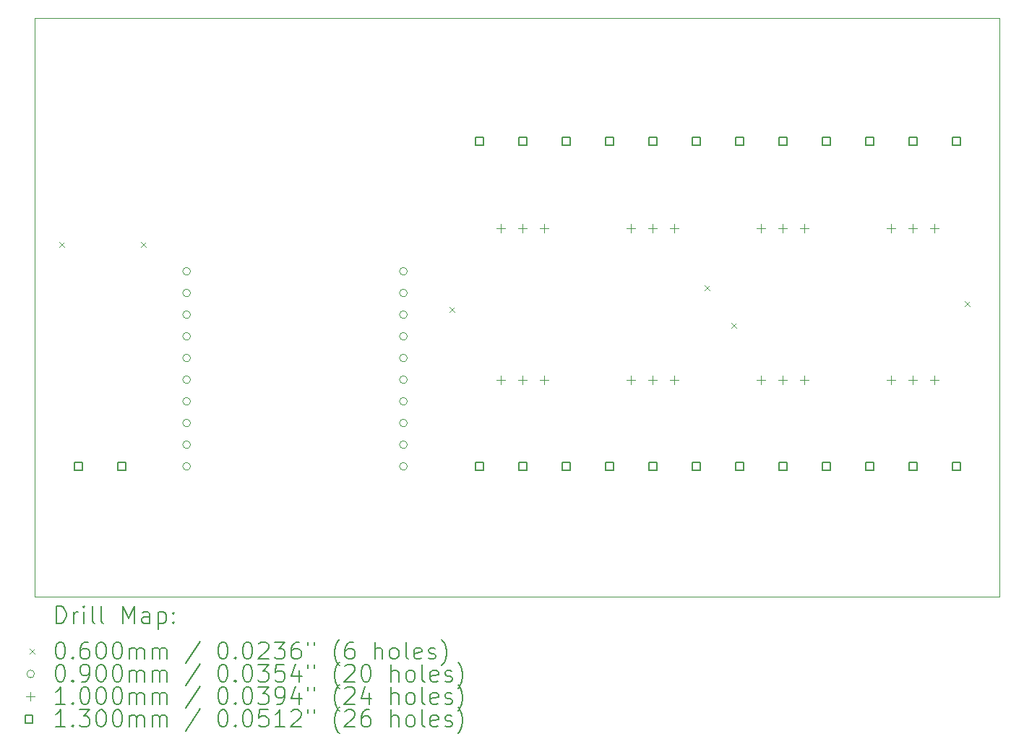
<source format=gbr>
%FSLAX45Y45*%
G04 Gerber Fmt 4.5, Leading zero omitted, Abs format (unit mm)*
G04 Created by KiCad (PCBNEW (6.0.4)) date 2022-03-29 14:22:05*
%MOMM*%
%LPD*%
G01*
G04 APERTURE LIST*
%TA.AperFunction,Profile*%
%ADD10C,0.100000*%
%TD*%
%ADD11C,0.200000*%
%ADD12C,0.060000*%
%ADD13C,0.090000*%
%ADD14C,0.100000*%
%ADD15C,0.130000*%
G04 APERTURE END LIST*
D10*
X6477000Y-13208000D02*
X17777000Y-13208000D01*
X17777000Y-6428000D02*
X6477000Y-6428000D01*
X17777000Y-13208000D02*
X17777000Y-6428000D01*
X6477000Y-6428000D02*
X6477000Y-13208000D01*
D11*
D12*
X6764500Y-9050500D02*
X6824500Y-9110500D01*
X6824500Y-9050500D02*
X6764500Y-9110500D01*
X7717000Y-9050500D02*
X7777000Y-9110500D01*
X7777000Y-9050500D02*
X7717000Y-9110500D01*
X11336500Y-9812500D02*
X11396500Y-9872500D01*
X11396500Y-9812500D02*
X11336500Y-9872500D01*
X14321000Y-9558500D02*
X14381000Y-9618500D01*
X14381000Y-9558500D02*
X14321000Y-9618500D01*
X14638500Y-10003000D02*
X14698500Y-10063000D01*
X14698500Y-10003000D02*
X14638500Y-10063000D01*
X17369000Y-9749000D02*
X17429000Y-9809000D01*
X17429000Y-9749000D02*
X17369000Y-9809000D01*
D13*
X8300000Y-9398000D02*
G75*
G03*
X8300000Y-9398000I-45000J0D01*
G01*
X8300000Y-9652000D02*
G75*
G03*
X8300000Y-9652000I-45000J0D01*
G01*
X8300000Y-9906000D02*
G75*
G03*
X8300000Y-9906000I-45000J0D01*
G01*
X8300000Y-10160000D02*
G75*
G03*
X8300000Y-10160000I-45000J0D01*
G01*
X8300000Y-10414000D02*
G75*
G03*
X8300000Y-10414000I-45000J0D01*
G01*
X8300000Y-10668000D02*
G75*
G03*
X8300000Y-10668000I-45000J0D01*
G01*
X8300000Y-10922000D02*
G75*
G03*
X8300000Y-10922000I-45000J0D01*
G01*
X8300000Y-11176000D02*
G75*
G03*
X8300000Y-11176000I-45000J0D01*
G01*
X8300000Y-11430000D02*
G75*
G03*
X8300000Y-11430000I-45000J0D01*
G01*
X8300000Y-11684000D02*
G75*
G03*
X8300000Y-11684000I-45000J0D01*
G01*
X10840000Y-9398000D02*
G75*
G03*
X10840000Y-9398000I-45000J0D01*
G01*
X10840000Y-9652000D02*
G75*
G03*
X10840000Y-9652000I-45000J0D01*
G01*
X10840000Y-9906000D02*
G75*
G03*
X10840000Y-9906000I-45000J0D01*
G01*
X10840000Y-10160000D02*
G75*
G03*
X10840000Y-10160000I-45000J0D01*
G01*
X10840000Y-10414000D02*
G75*
G03*
X10840000Y-10414000I-45000J0D01*
G01*
X10840000Y-10668000D02*
G75*
G03*
X10840000Y-10668000I-45000J0D01*
G01*
X10840000Y-10922000D02*
G75*
G03*
X10840000Y-10922000I-45000J0D01*
G01*
X10840000Y-11176000D02*
G75*
G03*
X10840000Y-11176000I-45000J0D01*
G01*
X10840000Y-11430000D02*
G75*
G03*
X10840000Y-11430000I-45000J0D01*
G01*
X10840000Y-11684000D02*
G75*
G03*
X10840000Y-11684000I-45000J0D01*
G01*
D14*
X11938000Y-8840000D02*
X11938000Y-8940000D01*
X11888000Y-8890000D02*
X11988000Y-8890000D01*
X11938000Y-10618000D02*
X11938000Y-10718000D01*
X11888000Y-10668000D02*
X11988000Y-10668000D01*
X12192000Y-8840000D02*
X12192000Y-8940000D01*
X12142000Y-8890000D02*
X12242000Y-8890000D01*
X12192000Y-10618000D02*
X12192000Y-10718000D01*
X12142000Y-10668000D02*
X12242000Y-10668000D01*
X12446000Y-8840000D02*
X12446000Y-8940000D01*
X12396000Y-8890000D02*
X12496000Y-8890000D01*
X12446000Y-10618000D02*
X12446000Y-10718000D01*
X12396000Y-10668000D02*
X12496000Y-10668000D01*
X13462000Y-8840000D02*
X13462000Y-8940000D01*
X13412000Y-8890000D02*
X13512000Y-8890000D01*
X13462000Y-10618000D02*
X13462000Y-10718000D01*
X13412000Y-10668000D02*
X13512000Y-10668000D01*
X13716000Y-8840000D02*
X13716000Y-8940000D01*
X13666000Y-8890000D02*
X13766000Y-8890000D01*
X13716000Y-10618000D02*
X13716000Y-10718000D01*
X13666000Y-10668000D02*
X13766000Y-10668000D01*
X13970000Y-8840000D02*
X13970000Y-8940000D01*
X13920000Y-8890000D02*
X14020000Y-8890000D01*
X13970000Y-10618000D02*
X13970000Y-10718000D01*
X13920000Y-10668000D02*
X14020000Y-10668000D01*
X14986000Y-8840000D02*
X14986000Y-8940000D01*
X14936000Y-8890000D02*
X15036000Y-8890000D01*
X14986000Y-10618000D02*
X14986000Y-10718000D01*
X14936000Y-10668000D02*
X15036000Y-10668000D01*
X15240000Y-8840000D02*
X15240000Y-8940000D01*
X15190000Y-8890000D02*
X15290000Y-8890000D01*
X15240000Y-10618000D02*
X15240000Y-10718000D01*
X15190000Y-10668000D02*
X15290000Y-10668000D01*
X15494000Y-8840000D02*
X15494000Y-8940000D01*
X15444000Y-8890000D02*
X15544000Y-8890000D01*
X15494000Y-10618000D02*
X15494000Y-10718000D01*
X15444000Y-10668000D02*
X15544000Y-10668000D01*
X16510000Y-8840000D02*
X16510000Y-8940000D01*
X16460000Y-8890000D02*
X16560000Y-8890000D01*
X16510000Y-10618000D02*
X16510000Y-10718000D01*
X16460000Y-10668000D02*
X16560000Y-10668000D01*
X16764000Y-8840000D02*
X16764000Y-8940000D01*
X16714000Y-8890000D02*
X16814000Y-8890000D01*
X16764000Y-10618000D02*
X16764000Y-10718000D01*
X16714000Y-10668000D02*
X16814000Y-10668000D01*
X17018000Y-8840000D02*
X17018000Y-8940000D01*
X16968000Y-8890000D02*
X17068000Y-8890000D01*
X17018000Y-10618000D02*
X17018000Y-10718000D01*
X16968000Y-10668000D02*
X17068000Y-10668000D01*
D15*
X7030962Y-11729962D02*
X7030962Y-11638038D01*
X6939038Y-11638038D01*
X6939038Y-11729962D01*
X7030962Y-11729962D01*
X7538962Y-11729962D02*
X7538962Y-11638038D01*
X7447038Y-11638038D01*
X7447038Y-11729962D01*
X7538962Y-11729962D01*
X11729962Y-7919962D02*
X11729962Y-7828038D01*
X11638038Y-7828038D01*
X11638038Y-7919962D01*
X11729962Y-7919962D01*
X11729962Y-11729962D02*
X11729962Y-11638038D01*
X11638038Y-11638038D01*
X11638038Y-11729962D01*
X11729962Y-11729962D01*
X12237962Y-7919962D02*
X12237962Y-7828038D01*
X12146038Y-7828038D01*
X12146038Y-7919962D01*
X12237962Y-7919962D01*
X12237962Y-11729962D02*
X12237962Y-11638038D01*
X12146038Y-11638038D01*
X12146038Y-11729962D01*
X12237962Y-11729962D01*
X12745962Y-7919962D02*
X12745962Y-7828038D01*
X12654038Y-7828038D01*
X12654038Y-7919962D01*
X12745962Y-7919962D01*
X12745962Y-11729962D02*
X12745962Y-11638038D01*
X12654038Y-11638038D01*
X12654038Y-11729962D01*
X12745962Y-11729962D01*
X13253962Y-7919962D02*
X13253962Y-7828038D01*
X13162038Y-7828038D01*
X13162038Y-7919962D01*
X13253962Y-7919962D01*
X13253962Y-11729962D02*
X13253962Y-11638038D01*
X13162038Y-11638038D01*
X13162038Y-11729962D01*
X13253962Y-11729962D01*
X13761962Y-7919962D02*
X13761962Y-7828038D01*
X13670038Y-7828038D01*
X13670038Y-7919962D01*
X13761962Y-7919962D01*
X13761962Y-11729962D02*
X13761962Y-11638038D01*
X13670038Y-11638038D01*
X13670038Y-11729962D01*
X13761962Y-11729962D01*
X14269962Y-7919962D02*
X14269962Y-7828038D01*
X14178038Y-7828038D01*
X14178038Y-7919962D01*
X14269962Y-7919962D01*
X14269962Y-11729962D02*
X14269962Y-11638038D01*
X14178038Y-11638038D01*
X14178038Y-11729962D01*
X14269962Y-11729962D01*
X14777962Y-7919962D02*
X14777962Y-7828038D01*
X14686038Y-7828038D01*
X14686038Y-7919962D01*
X14777962Y-7919962D01*
X14777962Y-11729962D02*
X14777962Y-11638038D01*
X14686038Y-11638038D01*
X14686038Y-11729962D01*
X14777962Y-11729962D01*
X15285962Y-7919962D02*
X15285962Y-7828038D01*
X15194038Y-7828038D01*
X15194038Y-7919962D01*
X15285962Y-7919962D01*
X15285962Y-11729962D02*
X15285962Y-11638038D01*
X15194038Y-11638038D01*
X15194038Y-11729962D01*
X15285962Y-11729962D01*
X15793962Y-7919962D02*
X15793962Y-7828038D01*
X15702038Y-7828038D01*
X15702038Y-7919962D01*
X15793962Y-7919962D01*
X15793962Y-11729962D02*
X15793962Y-11638038D01*
X15702038Y-11638038D01*
X15702038Y-11729962D01*
X15793962Y-11729962D01*
X16301962Y-7919962D02*
X16301962Y-7828038D01*
X16210038Y-7828038D01*
X16210038Y-7919962D01*
X16301962Y-7919962D01*
X16301962Y-11729962D02*
X16301962Y-11638038D01*
X16210038Y-11638038D01*
X16210038Y-11729962D01*
X16301962Y-11729962D01*
X16809962Y-7919962D02*
X16809962Y-7828038D01*
X16718038Y-7828038D01*
X16718038Y-7919962D01*
X16809962Y-7919962D01*
X16809962Y-11729962D02*
X16809962Y-11638038D01*
X16718038Y-11638038D01*
X16718038Y-11729962D01*
X16809962Y-11729962D01*
X17317962Y-7919962D02*
X17317962Y-7828038D01*
X17226038Y-7828038D01*
X17226038Y-7919962D01*
X17317962Y-7919962D01*
X17317962Y-11729962D02*
X17317962Y-11638038D01*
X17226038Y-11638038D01*
X17226038Y-11729962D01*
X17317962Y-11729962D01*
D11*
X6729619Y-13523476D02*
X6729619Y-13323476D01*
X6777238Y-13323476D01*
X6805809Y-13333000D01*
X6824857Y-13352048D01*
X6834381Y-13371095D01*
X6843905Y-13409190D01*
X6843905Y-13437762D01*
X6834381Y-13475857D01*
X6824857Y-13494905D01*
X6805809Y-13513952D01*
X6777238Y-13523476D01*
X6729619Y-13523476D01*
X6929619Y-13523476D02*
X6929619Y-13390143D01*
X6929619Y-13428238D02*
X6939143Y-13409190D01*
X6948667Y-13399667D01*
X6967714Y-13390143D01*
X6986762Y-13390143D01*
X7053428Y-13523476D02*
X7053428Y-13390143D01*
X7053428Y-13323476D02*
X7043905Y-13333000D01*
X7053428Y-13342524D01*
X7062952Y-13333000D01*
X7053428Y-13323476D01*
X7053428Y-13342524D01*
X7177238Y-13523476D02*
X7158190Y-13513952D01*
X7148667Y-13494905D01*
X7148667Y-13323476D01*
X7282000Y-13523476D02*
X7262952Y-13513952D01*
X7253428Y-13494905D01*
X7253428Y-13323476D01*
X7510571Y-13523476D02*
X7510571Y-13323476D01*
X7577238Y-13466333D01*
X7643905Y-13323476D01*
X7643905Y-13523476D01*
X7824857Y-13523476D02*
X7824857Y-13418714D01*
X7815333Y-13399667D01*
X7796286Y-13390143D01*
X7758190Y-13390143D01*
X7739143Y-13399667D01*
X7824857Y-13513952D02*
X7805809Y-13523476D01*
X7758190Y-13523476D01*
X7739143Y-13513952D01*
X7729619Y-13494905D01*
X7729619Y-13475857D01*
X7739143Y-13456809D01*
X7758190Y-13447286D01*
X7805809Y-13447286D01*
X7824857Y-13437762D01*
X7920095Y-13390143D02*
X7920095Y-13590143D01*
X7920095Y-13399667D02*
X7939143Y-13390143D01*
X7977238Y-13390143D01*
X7996286Y-13399667D01*
X8005809Y-13409190D01*
X8015333Y-13428238D01*
X8015333Y-13485381D01*
X8005809Y-13504428D01*
X7996286Y-13513952D01*
X7977238Y-13523476D01*
X7939143Y-13523476D01*
X7920095Y-13513952D01*
X8101048Y-13504428D02*
X8110571Y-13513952D01*
X8101048Y-13523476D01*
X8091524Y-13513952D01*
X8101048Y-13504428D01*
X8101048Y-13523476D01*
X8101048Y-13399667D02*
X8110571Y-13409190D01*
X8101048Y-13418714D01*
X8091524Y-13409190D01*
X8101048Y-13399667D01*
X8101048Y-13418714D01*
D12*
X6412000Y-13823000D02*
X6472000Y-13883000D01*
X6472000Y-13823000D02*
X6412000Y-13883000D01*
D11*
X6767714Y-13743476D02*
X6786762Y-13743476D01*
X6805809Y-13753000D01*
X6815333Y-13762524D01*
X6824857Y-13781571D01*
X6834381Y-13819667D01*
X6834381Y-13867286D01*
X6824857Y-13905381D01*
X6815333Y-13924428D01*
X6805809Y-13933952D01*
X6786762Y-13943476D01*
X6767714Y-13943476D01*
X6748667Y-13933952D01*
X6739143Y-13924428D01*
X6729619Y-13905381D01*
X6720095Y-13867286D01*
X6720095Y-13819667D01*
X6729619Y-13781571D01*
X6739143Y-13762524D01*
X6748667Y-13753000D01*
X6767714Y-13743476D01*
X6920095Y-13924428D02*
X6929619Y-13933952D01*
X6920095Y-13943476D01*
X6910571Y-13933952D01*
X6920095Y-13924428D01*
X6920095Y-13943476D01*
X7101048Y-13743476D02*
X7062952Y-13743476D01*
X7043905Y-13753000D01*
X7034381Y-13762524D01*
X7015333Y-13791095D01*
X7005809Y-13829190D01*
X7005809Y-13905381D01*
X7015333Y-13924428D01*
X7024857Y-13933952D01*
X7043905Y-13943476D01*
X7082000Y-13943476D01*
X7101048Y-13933952D01*
X7110571Y-13924428D01*
X7120095Y-13905381D01*
X7120095Y-13857762D01*
X7110571Y-13838714D01*
X7101048Y-13829190D01*
X7082000Y-13819667D01*
X7043905Y-13819667D01*
X7024857Y-13829190D01*
X7015333Y-13838714D01*
X7005809Y-13857762D01*
X7243905Y-13743476D02*
X7262952Y-13743476D01*
X7282000Y-13753000D01*
X7291524Y-13762524D01*
X7301048Y-13781571D01*
X7310571Y-13819667D01*
X7310571Y-13867286D01*
X7301048Y-13905381D01*
X7291524Y-13924428D01*
X7282000Y-13933952D01*
X7262952Y-13943476D01*
X7243905Y-13943476D01*
X7224857Y-13933952D01*
X7215333Y-13924428D01*
X7205809Y-13905381D01*
X7196286Y-13867286D01*
X7196286Y-13819667D01*
X7205809Y-13781571D01*
X7215333Y-13762524D01*
X7224857Y-13753000D01*
X7243905Y-13743476D01*
X7434381Y-13743476D02*
X7453428Y-13743476D01*
X7472476Y-13753000D01*
X7482000Y-13762524D01*
X7491524Y-13781571D01*
X7501048Y-13819667D01*
X7501048Y-13867286D01*
X7491524Y-13905381D01*
X7482000Y-13924428D01*
X7472476Y-13933952D01*
X7453428Y-13943476D01*
X7434381Y-13943476D01*
X7415333Y-13933952D01*
X7405809Y-13924428D01*
X7396286Y-13905381D01*
X7386762Y-13867286D01*
X7386762Y-13819667D01*
X7396286Y-13781571D01*
X7405809Y-13762524D01*
X7415333Y-13753000D01*
X7434381Y-13743476D01*
X7586762Y-13943476D02*
X7586762Y-13810143D01*
X7586762Y-13829190D02*
X7596286Y-13819667D01*
X7615333Y-13810143D01*
X7643905Y-13810143D01*
X7662952Y-13819667D01*
X7672476Y-13838714D01*
X7672476Y-13943476D01*
X7672476Y-13838714D02*
X7682000Y-13819667D01*
X7701048Y-13810143D01*
X7729619Y-13810143D01*
X7748667Y-13819667D01*
X7758190Y-13838714D01*
X7758190Y-13943476D01*
X7853428Y-13943476D02*
X7853428Y-13810143D01*
X7853428Y-13829190D02*
X7862952Y-13819667D01*
X7882000Y-13810143D01*
X7910571Y-13810143D01*
X7929619Y-13819667D01*
X7939143Y-13838714D01*
X7939143Y-13943476D01*
X7939143Y-13838714D02*
X7948667Y-13819667D01*
X7967714Y-13810143D01*
X7996286Y-13810143D01*
X8015333Y-13819667D01*
X8024857Y-13838714D01*
X8024857Y-13943476D01*
X8415333Y-13733952D02*
X8243905Y-13991095D01*
X8672476Y-13743476D02*
X8691524Y-13743476D01*
X8710571Y-13753000D01*
X8720095Y-13762524D01*
X8729619Y-13781571D01*
X8739143Y-13819667D01*
X8739143Y-13867286D01*
X8729619Y-13905381D01*
X8720095Y-13924428D01*
X8710571Y-13933952D01*
X8691524Y-13943476D01*
X8672476Y-13943476D01*
X8653429Y-13933952D01*
X8643905Y-13924428D01*
X8634381Y-13905381D01*
X8624857Y-13867286D01*
X8624857Y-13819667D01*
X8634381Y-13781571D01*
X8643905Y-13762524D01*
X8653429Y-13753000D01*
X8672476Y-13743476D01*
X8824857Y-13924428D02*
X8834381Y-13933952D01*
X8824857Y-13943476D01*
X8815333Y-13933952D01*
X8824857Y-13924428D01*
X8824857Y-13943476D01*
X8958190Y-13743476D02*
X8977238Y-13743476D01*
X8996286Y-13753000D01*
X9005810Y-13762524D01*
X9015333Y-13781571D01*
X9024857Y-13819667D01*
X9024857Y-13867286D01*
X9015333Y-13905381D01*
X9005810Y-13924428D01*
X8996286Y-13933952D01*
X8977238Y-13943476D01*
X8958190Y-13943476D01*
X8939143Y-13933952D01*
X8929619Y-13924428D01*
X8920095Y-13905381D01*
X8910571Y-13867286D01*
X8910571Y-13819667D01*
X8920095Y-13781571D01*
X8929619Y-13762524D01*
X8939143Y-13753000D01*
X8958190Y-13743476D01*
X9101048Y-13762524D02*
X9110571Y-13753000D01*
X9129619Y-13743476D01*
X9177238Y-13743476D01*
X9196286Y-13753000D01*
X9205810Y-13762524D01*
X9215333Y-13781571D01*
X9215333Y-13800619D01*
X9205810Y-13829190D01*
X9091524Y-13943476D01*
X9215333Y-13943476D01*
X9282000Y-13743476D02*
X9405810Y-13743476D01*
X9339143Y-13819667D01*
X9367714Y-13819667D01*
X9386762Y-13829190D01*
X9396286Y-13838714D01*
X9405810Y-13857762D01*
X9405810Y-13905381D01*
X9396286Y-13924428D01*
X9386762Y-13933952D01*
X9367714Y-13943476D01*
X9310571Y-13943476D01*
X9291524Y-13933952D01*
X9282000Y-13924428D01*
X9577238Y-13743476D02*
X9539143Y-13743476D01*
X9520095Y-13753000D01*
X9510571Y-13762524D01*
X9491524Y-13791095D01*
X9482000Y-13829190D01*
X9482000Y-13905381D01*
X9491524Y-13924428D01*
X9501048Y-13933952D01*
X9520095Y-13943476D01*
X9558190Y-13943476D01*
X9577238Y-13933952D01*
X9586762Y-13924428D01*
X9596286Y-13905381D01*
X9596286Y-13857762D01*
X9586762Y-13838714D01*
X9577238Y-13829190D01*
X9558190Y-13819667D01*
X9520095Y-13819667D01*
X9501048Y-13829190D01*
X9491524Y-13838714D01*
X9482000Y-13857762D01*
X9672476Y-13743476D02*
X9672476Y-13781571D01*
X9748667Y-13743476D02*
X9748667Y-13781571D01*
X10043905Y-14019667D02*
X10034381Y-14010143D01*
X10015333Y-13981571D01*
X10005810Y-13962524D01*
X9996286Y-13933952D01*
X9986762Y-13886333D01*
X9986762Y-13848238D01*
X9996286Y-13800619D01*
X10005810Y-13772048D01*
X10015333Y-13753000D01*
X10034381Y-13724428D01*
X10043905Y-13714905D01*
X10205810Y-13743476D02*
X10167714Y-13743476D01*
X10148667Y-13753000D01*
X10139143Y-13762524D01*
X10120095Y-13791095D01*
X10110571Y-13829190D01*
X10110571Y-13905381D01*
X10120095Y-13924428D01*
X10129619Y-13933952D01*
X10148667Y-13943476D01*
X10186762Y-13943476D01*
X10205810Y-13933952D01*
X10215333Y-13924428D01*
X10224857Y-13905381D01*
X10224857Y-13857762D01*
X10215333Y-13838714D01*
X10205810Y-13829190D01*
X10186762Y-13819667D01*
X10148667Y-13819667D01*
X10129619Y-13829190D01*
X10120095Y-13838714D01*
X10110571Y-13857762D01*
X10462952Y-13943476D02*
X10462952Y-13743476D01*
X10548667Y-13943476D02*
X10548667Y-13838714D01*
X10539143Y-13819667D01*
X10520095Y-13810143D01*
X10491524Y-13810143D01*
X10472476Y-13819667D01*
X10462952Y-13829190D01*
X10672476Y-13943476D02*
X10653429Y-13933952D01*
X10643905Y-13924428D01*
X10634381Y-13905381D01*
X10634381Y-13848238D01*
X10643905Y-13829190D01*
X10653429Y-13819667D01*
X10672476Y-13810143D01*
X10701048Y-13810143D01*
X10720095Y-13819667D01*
X10729619Y-13829190D01*
X10739143Y-13848238D01*
X10739143Y-13905381D01*
X10729619Y-13924428D01*
X10720095Y-13933952D01*
X10701048Y-13943476D01*
X10672476Y-13943476D01*
X10853429Y-13943476D02*
X10834381Y-13933952D01*
X10824857Y-13914905D01*
X10824857Y-13743476D01*
X11005810Y-13933952D02*
X10986762Y-13943476D01*
X10948667Y-13943476D01*
X10929619Y-13933952D01*
X10920095Y-13914905D01*
X10920095Y-13838714D01*
X10929619Y-13819667D01*
X10948667Y-13810143D01*
X10986762Y-13810143D01*
X11005810Y-13819667D01*
X11015333Y-13838714D01*
X11015333Y-13857762D01*
X10920095Y-13876809D01*
X11091524Y-13933952D02*
X11110571Y-13943476D01*
X11148667Y-13943476D01*
X11167714Y-13933952D01*
X11177238Y-13914905D01*
X11177238Y-13905381D01*
X11167714Y-13886333D01*
X11148667Y-13876809D01*
X11120095Y-13876809D01*
X11101048Y-13867286D01*
X11091524Y-13848238D01*
X11091524Y-13838714D01*
X11101048Y-13819667D01*
X11120095Y-13810143D01*
X11148667Y-13810143D01*
X11167714Y-13819667D01*
X11243905Y-14019667D02*
X11253428Y-14010143D01*
X11272476Y-13981571D01*
X11282000Y-13962524D01*
X11291524Y-13933952D01*
X11301048Y-13886333D01*
X11301048Y-13848238D01*
X11291524Y-13800619D01*
X11282000Y-13772048D01*
X11272476Y-13753000D01*
X11253428Y-13724428D01*
X11243905Y-13714905D01*
D13*
X6472000Y-14117000D02*
G75*
G03*
X6472000Y-14117000I-45000J0D01*
G01*
D11*
X6767714Y-14007476D02*
X6786762Y-14007476D01*
X6805809Y-14017000D01*
X6815333Y-14026524D01*
X6824857Y-14045571D01*
X6834381Y-14083667D01*
X6834381Y-14131286D01*
X6824857Y-14169381D01*
X6815333Y-14188428D01*
X6805809Y-14197952D01*
X6786762Y-14207476D01*
X6767714Y-14207476D01*
X6748667Y-14197952D01*
X6739143Y-14188428D01*
X6729619Y-14169381D01*
X6720095Y-14131286D01*
X6720095Y-14083667D01*
X6729619Y-14045571D01*
X6739143Y-14026524D01*
X6748667Y-14017000D01*
X6767714Y-14007476D01*
X6920095Y-14188428D02*
X6929619Y-14197952D01*
X6920095Y-14207476D01*
X6910571Y-14197952D01*
X6920095Y-14188428D01*
X6920095Y-14207476D01*
X7024857Y-14207476D02*
X7062952Y-14207476D01*
X7082000Y-14197952D01*
X7091524Y-14188428D01*
X7110571Y-14159857D01*
X7120095Y-14121762D01*
X7120095Y-14045571D01*
X7110571Y-14026524D01*
X7101048Y-14017000D01*
X7082000Y-14007476D01*
X7043905Y-14007476D01*
X7024857Y-14017000D01*
X7015333Y-14026524D01*
X7005809Y-14045571D01*
X7005809Y-14093190D01*
X7015333Y-14112238D01*
X7024857Y-14121762D01*
X7043905Y-14131286D01*
X7082000Y-14131286D01*
X7101048Y-14121762D01*
X7110571Y-14112238D01*
X7120095Y-14093190D01*
X7243905Y-14007476D02*
X7262952Y-14007476D01*
X7282000Y-14017000D01*
X7291524Y-14026524D01*
X7301048Y-14045571D01*
X7310571Y-14083667D01*
X7310571Y-14131286D01*
X7301048Y-14169381D01*
X7291524Y-14188428D01*
X7282000Y-14197952D01*
X7262952Y-14207476D01*
X7243905Y-14207476D01*
X7224857Y-14197952D01*
X7215333Y-14188428D01*
X7205809Y-14169381D01*
X7196286Y-14131286D01*
X7196286Y-14083667D01*
X7205809Y-14045571D01*
X7215333Y-14026524D01*
X7224857Y-14017000D01*
X7243905Y-14007476D01*
X7434381Y-14007476D02*
X7453428Y-14007476D01*
X7472476Y-14017000D01*
X7482000Y-14026524D01*
X7491524Y-14045571D01*
X7501048Y-14083667D01*
X7501048Y-14131286D01*
X7491524Y-14169381D01*
X7482000Y-14188428D01*
X7472476Y-14197952D01*
X7453428Y-14207476D01*
X7434381Y-14207476D01*
X7415333Y-14197952D01*
X7405809Y-14188428D01*
X7396286Y-14169381D01*
X7386762Y-14131286D01*
X7386762Y-14083667D01*
X7396286Y-14045571D01*
X7405809Y-14026524D01*
X7415333Y-14017000D01*
X7434381Y-14007476D01*
X7586762Y-14207476D02*
X7586762Y-14074143D01*
X7586762Y-14093190D02*
X7596286Y-14083667D01*
X7615333Y-14074143D01*
X7643905Y-14074143D01*
X7662952Y-14083667D01*
X7672476Y-14102714D01*
X7672476Y-14207476D01*
X7672476Y-14102714D02*
X7682000Y-14083667D01*
X7701048Y-14074143D01*
X7729619Y-14074143D01*
X7748667Y-14083667D01*
X7758190Y-14102714D01*
X7758190Y-14207476D01*
X7853428Y-14207476D02*
X7853428Y-14074143D01*
X7853428Y-14093190D02*
X7862952Y-14083667D01*
X7882000Y-14074143D01*
X7910571Y-14074143D01*
X7929619Y-14083667D01*
X7939143Y-14102714D01*
X7939143Y-14207476D01*
X7939143Y-14102714D02*
X7948667Y-14083667D01*
X7967714Y-14074143D01*
X7996286Y-14074143D01*
X8015333Y-14083667D01*
X8024857Y-14102714D01*
X8024857Y-14207476D01*
X8415333Y-13997952D02*
X8243905Y-14255095D01*
X8672476Y-14007476D02*
X8691524Y-14007476D01*
X8710571Y-14017000D01*
X8720095Y-14026524D01*
X8729619Y-14045571D01*
X8739143Y-14083667D01*
X8739143Y-14131286D01*
X8729619Y-14169381D01*
X8720095Y-14188428D01*
X8710571Y-14197952D01*
X8691524Y-14207476D01*
X8672476Y-14207476D01*
X8653429Y-14197952D01*
X8643905Y-14188428D01*
X8634381Y-14169381D01*
X8624857Y-14131286D01*
X8624857Y-14083667D01*
X8634381Y-14045571D01*
X8643905Y-14026524D01*
X8653429Y-14017000D01*
X8672476Y-14007476D01*
X8824857Y-14188428D02*
X8834381Y-14197952D01*
X8824857Y-14207476D01*
X8815333Y-14197952D01*
X8824857Y-14188428D01*
X8824857Y-14207476D01*
X8958190Y-14007476D02*
X8977238Y-14007476D01*
X8996286Y-14017000D01*
X9005810Y-14026524D01*
X9015333Y-14045571D01*
X9024857Y-14083667D01*
X9024857Y-14131286D01*
X9015333Y-14169381D01*
X9005810Y-14188428D01*
X8996286Y-14197952D01*
X8977238Y-14207476D01*
X8958190Y-14207476D01*
X8939143Y-14197952D01*
X8929619Y-14188428D01*
X8920095Y-14169381D01*
X8910571Y-14131286D01*
X8910571Y-14083667D01*
X8920095Y-14045571D01*
X8929619Y-14026524D01*
X8939143Y-14017000D01*
X8958190Y-14007476D01*
X9091524Y-14007476D02*
X9215333Y-14007476D01*
X9148667Y-14083667D01*
X9177238Y-14083667D01*
X9196286Y-14093190D01*
X9205810Y-14102714D01*
X9215333Y-14121762D01*
X9215333Y-14169381D01*
X9205810Y-14188428D01*
X9196286Y-14197952D01*
X9177238Y-14207476D01*
X9120095Y-14207476D01*
X9101048Y-14197952D01*
X9091524Y-14188428D01*
X9396286Y-14007476D02*
X9301048Y-14007476D01*
X9291524Y-14102714D01*
X9301048Y-14093190D01*
X9320095Y-14083667D01*
X9367714Y-14083667D01*
X9386762Y-14093190D01*
X9396286Y-14102714D01*
X9405810Y-14121762D01*
X9405810Y-14169381D01*
X9396286Y-14188428D01*
X9386762Y-14197952D01*
X9367714Y-14207476D01*
X9320095Y-14207476D01*
X9301048Y-14197952D01*
X9291524Y-14188428D01*
X9577238Y-14074143D02*
X9577238Y-14207476D01*
X9529619Y-13997952D02*
X9482000Y-14140809D01*
X9605810Y-14140809D01*
X9672476Y-14007476D02*
X9672476Y-14045571D01*
X9748667Y-14007476D02*
X9748667Y-14045571D01*
X10043905Y-14283667D02*
X10034381Y-14274143D01*
X10015333Y-14245571D01*
X10005810Y-14226524D01*
X9996286Y-14197952D01*
X9986762Y-14150333D01*
X9986762Y-14112238D01*
X9996286Y-14064619D01*
X10005810Y-14036048D01*
X10015333Y-14017000D01*
X10034381Y-13988428D01*
X10043905Y-13978905D01*
X10110571Y-14026524D02*
X10120095Y-14017000D01*
X10139143Y-14007476D01*
X10186762Y-14007476D01*
X10205810Y-14017000D01*
X10215333Y-14026524D01*
X10224857Y-14045571D01*
X10224857Y-14064619D01*
X10215333Y-14093190D01*
X10101048Y-14207476D01*
X10224857Y-14207476D01*
X10348667Y-14007476D02*
X10367714Y-14007476D01*
X10386762Y-14017000D01*
X10396286Y-14026524D01*
X10405810Y-14045571D01*
X10415333Y-14083667D01*
X10415333Y-14131286D01*
X10405810Y-14169381D01*
X10396286Y-14188428D01*
X10386762Y-14197952D01*
X10367714Y-14207476D01*
X10348667Y-14207476D01*
X10329619Y-14197952D01*
X10320095Y-14188428D01*
X10310571Y-14169381D01*
X10301048Y-14131286D01*
X10301048Y-14083667D01*
X10310571Y-14045571D01*
X10320095Y-14026524D01*
X10329619Y-14017000D01*
X10348667Y-14007476D01*
X10653429Y-14207476D02*
X10653429Y-14007476D01*
X10739143Y-14207476D02*
X10739143Y-14102714D01*
X10729619Y-14083667D01*
X10710571Y-14074143D01*
X10682000Y-14074143D01*
X10662952Y-14083667D01*
X10653429Y-14093190D01*
X10862952Y-14207476D02*
X10843905Y-14197952D01*
X10834381Y-14188428D01*
X10824857Y-14169381D01*
X10824857Y-14112238D01*
X10834381Y-14093190D01*
X10843905Y-14083667D01*
X10862952Y-14074143D01*
X10891524Y-14074143D01*
X10910571Y-14083667D01*
X10920095Y-14093190D01*
X10929619Y-14112238D01*
X10929619Y-14169381D01*
X10920095Y-14188428D01*
X10910571Y-14197952D01*
X10891524Y-14207476D01*
X10862952Y-14207476D01*
X11043905Y-14207476D02*
X11024857Y-14197952D01*
X11015333Y-14178905D01*
X11015333Y-14007476D01*
X11196286Y-14197952D02*
X11177238Y-14207476D01*
X11139143Y-14207476D01*
X11120095Y-14197952D01*
X11110571Y-14178905D01*
X11110571Y-14102714D01*
X11120095Y-14083667D01*
X11139143Y-14074143D01*
X11177238Y-14074143D01*
X11196286Y-14083667D01*
X11205809Y-14102714D01*
X11205809Y-14121762D01*
X11110571Y-14140809D01*
X11282000Y-14197952D02*
X11301048Y-14207476D01*
X11339143Y-14207476D01*
X11358190Y-14197952D01*
X11367714Y-14178905D01*
X11367714Y-14169381D01*
X11358190Y-14150333D01*
X11339143Y-14140809D01*
X11310571Y-14140809D01*
X11291524Y-14131286D01*
X11282000Y-14112238D01*
X11282000Y-14102714D01*
X11291524Y-14083667D01*
X11310571Y-14074143D01*
X11339143Y-14074143D01*
X11358190Y-14083667D01*
X11434381Y-14283667D02*
X11443905Y-14274143D01*
X11462952Y-14245571D01*
X11472476Y-14226524D01*
X11482000Y-14197952D01*
X11491524Y-14150333D01*
X11491524Y-14112238D01*
X11482000Y-14064619D01*
X11472476Y-14036048D01*
X11462952Y-14017000D01*
X11443905Y-13988428D01*
X11434381Y-13978905D01*
D14*
X6422000Y-14331000D02*
X6422000Y-14431000D01*
X6372000Y-14381000D02*
X6472000Y-14381000D01*
D11*
X6834381Y-14471476D02*
X6720095Y-14471476D01*
X6777238Y-14471476D02*
X6777238Y-14271476D01*
X6758190Y-14300048D01*
X6739143Y-14319095D01*
X6720095Y-14328619D01*
X6920095Y-14452428D02*
X6929619Y-14461952D01*
X6920095Y-14471476D01*
X6910571Y-14461952D01*
X6920095Y-14452428D01*
X6920095Y-14471476D01*
X7053428Y-14271476D02*
X7072476Y-14271476D01*
X7091524Y-14281000D01*
X7101048Y-14290524D01*
X7110571Y-14309571D01*
X7120095Y-14347667D01*
X7120095Y-14395286D01*
X7110571Y-14433381D01*
X7101048Y-14452428D01*
X7091524Y-14461952D01*
X7072476Y-14471476D01*
X7053428Y-14471476D01*
X7034381Y-14461952D01*
X7024857Y-14452428D01*
X7015333Y-14433381D01*
X7005809Y-14395286D01*
X7005809Y-14347667D01*
X7015333Y-14309571D01*
X7024857Y-14290524D01*
X7034381Y-14281000D01*
X7053428Y-14271476D01*
X7243905Y-14271476D02*
X7262952Y-14271476D01*
X7282000Y-14281000D01*
X7291524Y-14290524D01*
X7301048Y-14309571D01*
X7310571Y-14347667D01*
X7310571Y-14395286D01*
X7301048Y-14433381D01*
X7291524Y-14452428D01*
X7282000Y-14461952D01*
X7262952Y-14471476D01*
X7243905Y-14471476D01*
X7224857Y-14461952D01*
X7215333Y-14452428D01*
X7205809Y-14433381D01*
X7196286Y-14395286D01*
X7196286Y-14347667D01*
X7205809Y-14309571D01*
X7215333Y-14290524D01*
X7224857Y-14281000D01*
X7243905Y-14271476D01*
X7434381Y-14271476D02*
X7453428Y-14271476D01*
X7472476Y-14281000D01*
X7482000Y-14290524D01*
X7491524Y-14309571D01*
X7501048Y-14347667D01*
X7501048Y-14395286D01*
X7491524Y-14433381D01*
X7482000Y-14452428D01*
X7472476Y-14461952D01*
X7453428Y-14471476D01*
X7434381Y-14471476D01*
X7415333Y-14461952D01*
X7405809Y-14452428D01*
X7396286Y-14433381D01*
X7386762Y-14395286D01*
X7386762Y-14347667D01*
X7396286Y-14309571D01*
X7405809Y-14290524D01*
X7415333Y-14281000D01*
X7434381Y-14271476D01*
X7586762Y-14471476D02*
X7586762Y-14338143D01*
X7586762Y-14357190D02*
X7596286Y-14347667D01*
X7615333Y-14338143D01*
X7643905Y-14338143D01*
X7662952Y-14347667D01*
X7672476Y-14366714D01*
X7672476Y-14471476D01*
X7672476Y-14366714D02*
X7682000Y-14347667D01*
X7701048Y-14338143D01*
X7729619Y-14338143D01*
X7748667Y-14347667D01*
X7758190Y-14366714D01*
X7758190Y-14471476D01*
X7853428Y-14471476D02*
X7853428Y-14338143D01*
X7853428Y-14357190D02*
X7862952Y-14347667D01*
X7882000Y-14338143D01*
X7910571Y-14338143D01*
X7929619Y-14347667D01*
X7939143Y-14366714D01*
X7939143Y-14471476D01*
X7939143Y-14366714D02*
X7948667Y-14347667D01*
X7967714Y-14338143D01*
X7996286Y-14338143D01*
X8015333Y-14347667D01*
X8024857Y-14366714D01*
X8024857Y-14471476D01*
X8415333Y-14261952D02*
X8243905Y-14519095D01*
X8672476Y-14271476D02*
X8691524Y-14271476D01*
X8710571Y-14281000D01*
X8720095Y-14290524D01*
X8729619Y-14309571D01*
X8739143Y-14347667D01*
X8739143Y-14395286D01*
X8729619Y-14433381D01*
X8720095Y-14452428D01*
X8710571Y-14461952D01*
X8691524Y-14471476D01*
X8672476Y-14471476D01*
X8653429Y-14461952D01*
X8643905Y-14452428D01*
X8634381Y-14433381D01*
X8624857Y-14395286D01*
X8624857Y-14347667D01*
X8634381Y-14309571D01*
X8643905Y-14290524D01*
X8653429Y-14281000D01*
X8672476Y-14271476D01*
X8824857Y-14452428D02*
X8834381Y-14461952D01*
X8824857Y-14471476D01*
X8815333Y-14461952D01*
X8824857Y-14452428D01*
X8824857Y-14471476D01*
X8958190Y-14271476D02*
X8977238Y-14271476D01*
X8996286Y-14281000D01*
X9005810Y-14290524D01*
X9015333Y-14309571D01*
X9024857Y-14347667D01*
X9024857Y-14395286D01*
X9015333Y-14433381D01*
X9005810Y-14452428D01*
X8996286Y-14461952D01*
X8977238Y-14471476D01*
X8958190Y-14471476D01*
X8939143Y-14461952D01*
X8929619Y-14452428D01*
X8920095Y-14433381D01*
X8910571Y-14395286D01*
X8910571Y-14347667D01*
X8920095Y-14309571D01*
X8929619Y-14290524D01*
X8939143Y-14281000D01*
X8958190Y-14271476D01*
X9091524Y-14271476D02*
X9215333Y-14271476D01*
X9148667Y-14347667D01*
X9177238Y-14347667D01*
X9196286Y-14357190D01*
X9205810Y-14366714D01*
X9215333Y-14385762D01*
X9215333Y-14433381D01*
X9205810Y-14452428D01*
X9196286Y-14461952D01*
X9177238Y-14471476D01*
X9120095Y-14471476D01*
X9101048Y-14461952D01*
X9091524Y-14452428D01*
X9310571Y-14471476D02*
X9348667Y-14471476D01*
X9367714Y-14461952D01*
X9377238Y-14452428D01*
X9396286Y-14423857D01*
X9405810Y-14385762D01*
X9405810Y-14309571D01*
X9396286Y-14290524D01*
X9386762Y-14281000D01*
X9367714Y-14271476D01*
X9329619Y-14271476D01*
X9310571Y-14281000D01*
X9301048Y-14290524D01*
X9291524Y-14309571D01*
X9291524Y-14357190D01*
X9301048Y-14376238D01*
X9310571Y-14385762D01*
X9329619Y-14395286D01*
X9367714Y-14395286D01*
X9386762Y-14385762D01*
X9396286Y-14376238D01*
X9405810Y-14357190D01*
X9577238Y-14338143D02*
X9577238Y-14471476D01*
X9529619Y-14261952D02*
X9482000Y-14404809D01*
X9605810Y-14404809D01*
X9672476Y-14271476D02*
X9672476Y-14309571D01*
X9748667Y-14271476D02*
X9748667Y-14309571D01*
X10043905Y-14547667D02*
X10034381Y-14538143D01*
X10015333Y-14509571D01*
X10005810Y-14490524D01*
X9996286Y-14461952D01*
X9986762Y-14414333D01*
X9986762Y-14376238D01*
X9996286Y-14328619D01*
X10005810Y-14300048D01*
X10015333Y-14281000D01*
X10034381Y-14252428D01*
X10043905Y-14242905D01*
X10110571Y-14290524D02*
X10120095Y-14281000D01*
X10139143Y-14271476D01*
X10186762Y-14271476D01*
X10205810Y-14281000D01*
X10215333Y-14290524D01*
X10224857Y-14309571D01*
X10224857Y-14328619D01*
X10215333Y-14357190D01*
X10101048Y-14471476D01*
X10224857Y-14471476D01*
X10396286Y-14338143D02*
X10396286Y-14471476D01*
X10348667Y-14261952D02*
X10301048Y-14404809D01*
X10424857Y-14404809D01*
X10653429Y-14471476D02*
X10653429Y-14271476D01*
X10739143Y-14471476D02*
X10739143Y-14366714D01*
X10729619Y-14347667D01*
X10710571Y-14338143D01*
X10682000Y-14338143D01*
X10662952Y-14347667D01*
X10653429Y-14357190D01*
X10862952Y-14471476D02*
X10843905Y-14461952D01*
X10834381Y-14452428D01*
X10824857Y-14433381D01*
X10824857Y-14376238D01*
X10834381Y-14357190D01*
X10843905Y-14347667D01*
X10862952Y-14338143D01*
X10891524Y-14338143D01*
X10910571Y-14347667D01*
X10920095Y-14357190D01*
X10929619Y-14376238D01*
X10929619Y-14433381D01*
X10920095Y-14452428D01*
X10910571Y-14461952D01*
X10891524Y-14471476D01*
X10862952Y-14471476D01*
X11043905Y-14471476D02*
X11024857Y-14461952D01*
X11015333Y-14442905D01*
X11015333Y-14271476D01*
X11196286Y-14461952D02*
X11177238Y-14471476D01*
X11139143Y-14471476D01*
X11120095Y-14461952D01*
X11110571Y-14442905D01*
X11110571Y-14366714D01*
X11120095Y-14347667D01*
X11139143Y-14338143D01*
X11177238Y-14338143D01*
X11196286Y-14347667D01*
X11205809Y-14366714D01*
X11205809Y-14385762D01*
X11110571Y-14404809D01*
X11282000Y-14461952D02*
X11301048Y-14471476D01*
X11339143Y-14471476D01*
X11358190Y-14461952D01*
X11367714Y-14442905D01*
X11367714Y-14433381D01*
X11358190Y-14414333D01*
X11339143Y-14404809D01*
X11310571Y-14404809D01*
X11291524Y-14395286D01*
X11282000Y-14376238D01*
X11282000Y-14366714D01*
X11291524Y-14347667D01*
X11310571Y-14338143D01*
X11339143Y-14338143D01*
X11358190Y-14347667D01*
X11434381Y-14547667D02*
X11443905Y-14538143D01*
X11462952Y-14509571D01*
X11472476Y-14490524D01*
X11482000Y-14461952D01*
X11491524Y-14414333D01*
X11491524Y-14376238D01*
X11482000Y-14328619D01*
X11472476Y-14300048D01*
X11462952Y-14281000D01*
X11443905Y-14252428D01*
X11434381Y-14242905D01*
D15*
X6452962Y-14690962D02*
X6452962Y-14599038D01*
X6361038Y-14599038D01*
X6361038Y-14690962D01*
X6452962Y-14690962D01*
D11*
X6834381Y-14735476D02*
X6720095Y-14735476D01*
X6777238Y-14735476D02*
X6777238Y-14535476D01*
X6758190Y-14564048D01*
X6739143Y-14583095D01*
X6720095Y-14592619D01*
X6920095Y-14716428D02*
X6929619Y-14725952D01*
X6920095Y-14735476D01*
X6910571Y-14725952D01*
X6920095Y-14716428D01*
X6920095Y-14735476D01*
X6996286Y-14535476D02*
X7120095Y-14535476D01*
X7053428Y-14611667D01*
X7082000Y-14611667D01*
X7101048Y-14621190D01*
X7110571Y-14630714D01*
X7120095Y-14649762D01*
X7120095Y-14697381D01*
X7110571Y-14716428D01*
X7101048Y-14725952D01*
X7082000Y-14735476D01*
X7024857Y-14735476D01*
X7005809Y-14725952D01*
X6996286Y-14716428D01*
X7243905Y-14535476D02*
X7262952Y-14535476D01*
X7282000Y-14545000D01*
X7291524Y-14554524D01*
X7301048Y-14573571D01*
X7310571Y-14611667D01*
X7310571Y-14659286D01*
X7301048Y-14697381D01*
X7291524Y-14716428D01*
X7282000Y-14725952D01*
X7262952Y-14735476D01*
X7243905Y-14735476D01*
X7224857Y-14725952D01*
X7215333Y-14716428D01*
X7205809Y-14697381D01*
X7196286Y-14659286D01*
X7196286Y-14611667D01*
X7205809Y-14573571D01*
X7215333Y-14554524D01*
X7224857Y-14545000D01*
X7243905Y-14535476D01*
X7434381Y-14535476D02*
X7453428Y-14535476D01*
X7472476Y-14545000D01*
X7482000Y-14554524D01*
X7491524Y-14573571D01*
X7501048Y-14611667D01*
X7501048Y-14659286D01*
X7491524Y-14697381D01*
X7482000Y-14716428D01*
X7472476Y-14725952D01*
X7453428Y-14735476D01*
X7434381Y-14735476D01*
X7415333Y-14725952D01*
X7405809Y-14716428D01*
X7396286Y-14697381D01*
X7386762Y-14659286D01*
X7386762Y-14611667D01*
X7396286Y-14573571D01*
X7405809Y-14554524D01*
X7415333Y-14545000D01*
X7434381Y-14535476D01*
X7586762Y-14735476D02*
X7586762Y-14602143D01*
X7586762Y-14621190D02*
X7596286Y-14611667D01*
X7615333Y-14602143D01*
X7643905Y-14602143D01*
X7662952Y-14611667D01*
X7672476Y-14630714D01*
X7672476Y-14735476D01*
X7672476Y-14630714D02*
X7682000Y-14611667D01*
X7701048Y-14602143D01*
X7729619Y-14602143D01*
X7748667Y-14611667D01*
X7758190Y-14630714D01*
X7758190Y-14735476D01*
X7853428Y-14735476D02*
X7853428Y-14602143D01*
X7853428Y-14621190D02*
X7862952Y-14611667D01*
X7882000Y-14602143D01*
X7910571Y-14602143D01*
X7929619Y-14611667D01*
X7939143Y-14630714D01*
X7939143Y-14735476D01*
X7939143Y-14630714D02*
X7948667Y-14611667D01*
X7967714Y-14602143D01*
X7996286Y-14602143D01*
X8015333Y-14611667D01*
X8024857Y-14630714D01*
X8024857Y-14735476D01*
X8415333Y-14525952D02*
X8243905Y-14783095D01*
X8672476Y-14535476D02*
X8691524Y-14535476D01*
X8710571Y-14545000D01*
X8720095Y-14554524D01*
X8729619Y-14573571D01*
X8739143Y-14611667D01*
X8739143Y-14659286D01*
X8729619Y-14697381D01*
X8720095Y-14716428D01*
X8710571Y-14725952D01*
X8691524Y-14735476D01*
X8672476Y-14735476D01*
X8653429Y-14725952D01*
X8643905Y-14716428D01*
X8634381Y-14697381D01*
X8624857Y-14659286D01*
X8624857Y-14611667D01*
X8634381Y-14573571D01*
X8643905Y-14554524D01*
X8653429Y-14545000D01*
X8672476Y-14535476D01*
X8824857Y-14716428D02*
X8834381Y-14725952D01*
X8824857Y-14735476D01*
X8815333Y-14725952D01*
X8824857Y-14716428D01*
X8824857Y-14735476D01*
X8958190Y-14535476D02*
X8977238Y-14535476D01*
X8996286Y-14545000D01*
X9005810Y-14554524D01*
X9015333Y-14573571D01*
X9024857Y-14611667D01*
X9024857Y-14659286D01*
X9015333Y-14697381D01*
X9005810Y-14716428D01*
X8996286Y-14725952D01*
X8977238Y-14735476D01*
X8958190Y-14735476D01*
X8939143Y-14725952D01*
X8929619Y-14716428D01*
X8920095Y-14697381D01*
X8910571Y-14659286D01*
X8910571Y-14611667D01*
X8920095Y-14573571D01*
X8929619Y-14554524D01*
X8939143Y-14545000D01*
X8958190Y-14535476D01*
X9205810Y-14535476D02*
X9110571Y-14535476D01*
X9101048Y-14630714D01*
X9110571Y-14621190D01*
X9129619Y-14611667D01*
X9177238Y-14611667D01*
X9196286Y-14621190D01*
X9205810Y-14630714D01*
X9215333Y-14649762D01*
X9215333Y-14697381D01*
X9205810Y-14716428D01*
X9196286Y-14725952D01*
X9177238Y-14735476D01*
X9129619Y-14735476D01*
X9110571Y-14725952D01*
X9101048Y-14716428D01*
X9405810Y-14735476D02*
X9291524Y-14735476D01*
X9348667Y-14735476D02*
X9348667Y-14535476D01*
X9329619Y-14564048D01*
X9310571Y-14583095D01*
X9291524Y-14592619D01*
X9482000Y-14554524D02*
X9491524Y-14545000D01*
X9510571Y-14535476D01*
X9558190Y-14535476D01*
X9577238Y-14545000D01*
X9586762Y-14554524D01*
X9596286Y-14573571D01*
X9596286Y-14592619D01*
X9586762Y-14621190D01*
X9472476Y-14735476D01*
X9596286Y-14735476D01*
X9672476Y-14535476D02*
X9672476Y-14573571D01*
X9748667Y-14535476D02*
X9748667Y-14573571D01*
X10043905Y-14811667D02*
X10034381Y-14802143D01*
X10015333Y-14773571D01*
X10005810Y-14754524D01*
X9996286Y-14725952D01*
X9986762Y-14678333D01*
X9986762Y-14640238D01*
X9996286Y-14592619D01*
X10005810Y-14564048D01*
X10015333Y-14545000D01*
X10034381Y-14516428D01*
X10043905Y-14506905D01*
X10110571Y-14554524D02*
X10120095Y-14545000D01*
X10139143Y-14535476D01*
X10186762Y-14535476D01*
X10205810Y-14545000D01*
X10215333Y-14554524D01*
X10224857Y-14573571D01*
X10224857Y-14592619D01*
X10215333Y-14621190D01*
X10101048Y-14735476D01*
X10224857Y-14735476D01*
X10396286Y-14535476D02*
X10358190Y-14535476D01*
X10339143Y-14545000D01*
X10329619Y-14554524D01*
X10310571Y-14583095D01*
X10301048Y-14621190D01*
X10301048Y-14697381D01*
X10310571Y-14716428D01*
X10320095Y-14725952D01*
X10339143Y-14735476D01*
X10377238Y-14735476D01*
X10396286Y-14725952D01*
X10405810Y-14716428D01*
X10415333Y-14697381D01*
X10415333Y-14649762D01*
X10405810Y-14630714D01*
X10396286Y-14621190D01*
X10377238Y-14611667D01*
X10339143Y-14611667D01*
X10320095Y-14621190D01*
X10310571Y-14630714D01*
X10301048Y-14649762D01*
X10653429Y-14735476D02*
X10653429Y-14535476D01*
X10739143Y-14735476D02*
X10739143Y-14630714D01*
X10729619Y-14611667D01*
X10710571Y-14602143D01*
X10682000Y-14602143D01*
X10662952Y-14611667D01*
X10653429Y-14621190D01*
X10862952Y-14735476D02*
X10843905Y-14725952D01*
X10834381Y-14716428D01*
X10824857Y-14697381D01*
X10824857Y-14640238D01*
X10834381Y-14621190D01*
X10843905Y-14611667D01*
X10862952Y-14602143D01*
X10891524Y-14602143D01*
X10910571Y-14611667D01*
X10920095Y-14621190D01*
X10929619Y-14640238D01*
X10929619Y-14697381D01*
X10920095Y-14716428D01*
X10910571Y-14725952D01*
X10891524Y-14735476D01*
X10862952Y-14735476D01*
X11043905Y-14735476D02*
X11024857Y-14725952D01*
X11015333Y-14706905D01*
X11015333Y-14535476D01*
X11196286Y-14725952D02*
X11177238Y-14735476D01*
X11139143Y-14735476D01*
X11120095Y-14725952D01*
X11110571Y-14706905D01*
X11110571Y-14630714D01*
X11120095Y-14611667D01*
X11139143Y-14602143D01*
X11177238Y-14602143D01*
X11196286Y-14611667D01*
X11205809Y-14630714D01*
X11205809Y-14649762D01*
X11110571Y-14668809D01*
X11282000Y-14725952D02*
X11301048Y-14735476D01*
X11339143Y-14735476D01*
X11358190Y-14725952D01*
X11367714Y-14706905D01*
X11367714Y-14697381D01*
X11358190Y-14678333D01*
X11339143Y-14668809D01*
X11310571Y-14668809D01*
X11291524Y-14659286D01*
X11282000Y-14640238D01*
X11282000Y-14630714D01*
X11291524Y-14611667D01*
X11310571Y-14602143D01*
X11339143Y-14602143D01*
X11358190Y-14611667D01*
X11434381Y-14811667D02*
X11443905Y-14802143D01*
X11462952Y-14773571D01*
X11472476Y-14754524D01*
X11482000Y-14725952D01*
X11491524Y-14678333D01*
X11491524Y-14640238D01*
X11482000Y-14592619D01*
X11472476Y-14564048D01*
X11462952Y-14545000D01*
X11443905Y-14516428D01*
X11434381Y-14506905D01*
M02*

</source>
